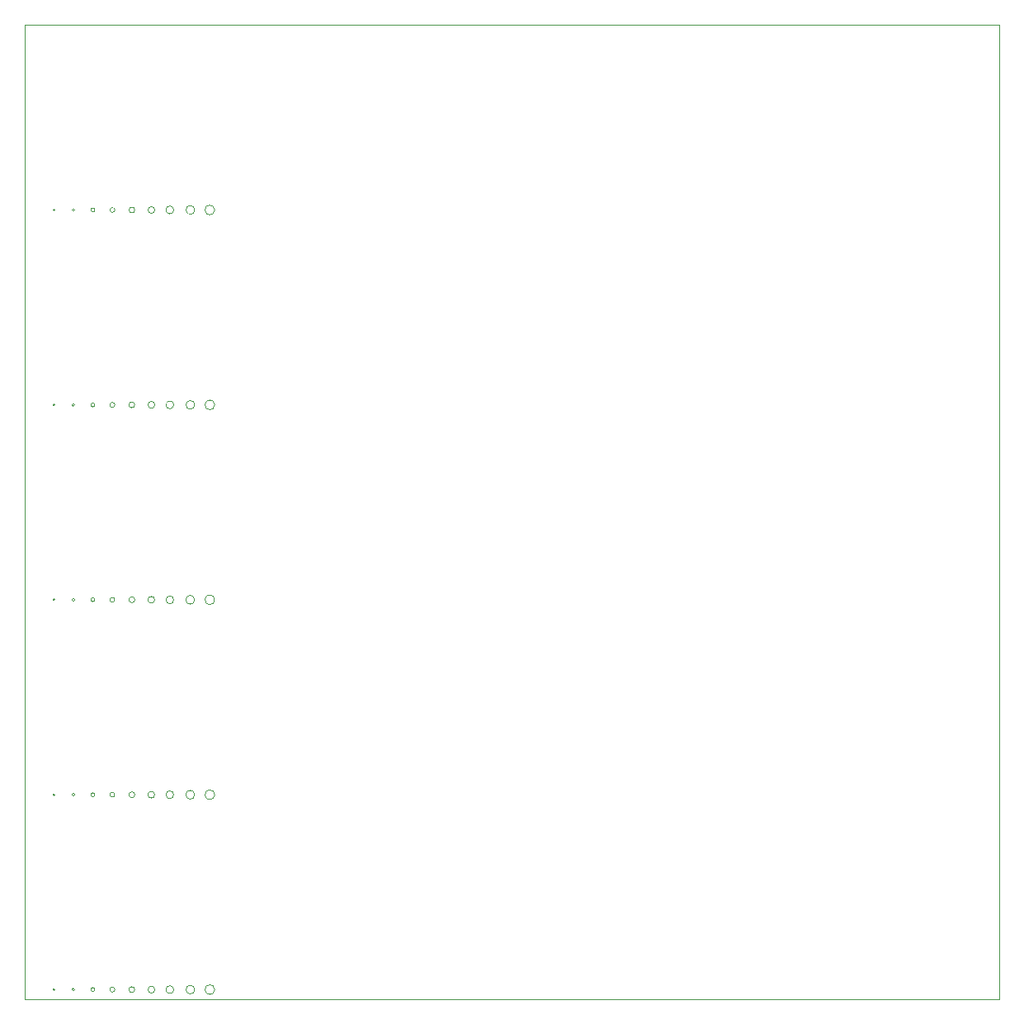
<source format=gbr>
%TF.GenerationSoftware,KiCad,Pcbnew,(5.1.6-0-10_14)*%
%TF.CreationDate,2020-07-24T19:18:52+09:00*%
%TF.ProjectId,pcb_ruler,7063625f-7275-46c6-9572-2e6b69636164,rev?*%
%TF.SameCoordinates,Original*%
%TF.FileFunction,Profile,NP*%
%FSLAX46Y46*%
G04 Gerber Fmt 4.6, Leading zero omitted, Abs format (unit mm)*
G04 Created by KiCad (PCBNEW (5.1.6-0-10_14)) date 2020-07-24 19:18:52*
%MOMM*%
%LPD*%
G01*
G04 APERTURE LIST*
%TA.AperFunction,Profile*%
%ADD10C,0.050000*%
%TD*%
G04 APERTURE END LIST*
D10*
X200000000Y-200000000D02*
X100000000Y-200000000D01*
X200000000Y-180000000D02*
X200000000Y-200000000D01*
X100000000Y-200000000D02*
X100000000Y-180000000D01*
X103100000Y-199000000D02*
G75*
G03*
X103100000Y-199000000I-100000J0D01*
G01*
X105150000Y-199000000D02*
G75*
G03*
X105150000Y-199000000I-150000J0D01*
G01*
X107200000Y-199000000D02*
G75*
G03*
X107200000Y-199000000I-200000J0D01*
G01*
X109250000Y-199000000D02*
G75*
G03*
X109250000Y-199000000I-250000J0D01*
G01*
X111300000Y-199000000D02*
G75*
G03*
X111300000Y-199000000I-300000J0D01*
G01*
X113350000Y-199000000D02*
G75*
G03*
X113350000Y-199000000I-350000J0D01*
G01*
X115300000Y-199000000D02*
G75*
G03*
X115300000Y-199000000I-400000J0D01*
G01*
X117450000Y-199000000D02*
G75*
G03*
X117450000Y-199000000I-450000J0D01*
G01*
X119500000Y-199000000D02*
G75*
G03*
X119500000Y-199000000I-500000J0D01*
G01*
X200000000Y-160000000D02*
X200000000Y-180000000D01*
X100000000Y-180000000D02*
X100000000Y-160000000D01*
X103100000Y-179000000D02*
G75*
G03*
X103100000Y-179000000I-100000J0D01*
G01*
X105150000Y-179000000D02*
G75*
G03*
X105150000Y-179000000I-150000J0D01*
G01*
X107200000Y-179000000D02*
G75*
G03*
X107200000Y-179000000I-200000J0D01*
G01*
X109250000Y-179000000D02*
G75*
G03*
X109250000Y-179000000I-250000J0D01*
G01*
X111300000Y-179000000D02*
G75*
G03*
X111300000Y-179000000I-300000J0D01*
G01*
X113350000Y-179000000D02*
G75*
G03*
X113350000Y-179000000I-350000J0D01*
G01*
X115300000Y-179000000D02*
G75*
G03*
X115300000Y-179000000I-400000J0D01*
G01*
X117450000Y-179000000D02*
G75*
G03*
X117450000Y-179000000I-450000J0D01*
G01*
X119500000Y-179000000D02*
G75*
G03*
X119500000Y-179000000I-500000J0D01*
G01*
X200000000Y-140000000D02*
X200000000Y-160000000D01*
X100000000Y-160000000D02*
X100000000Y-140000000D01*
X103100000Y-159000000D02*
G75*
G03*
X103100000Y-159000000I-100000J0D01*
G01*
X105150000Y-159000000D02*
G75*
G03*
X105150000Y-159000000I-150000J0D01*
G01*
X107200000Y-159000000D02*
G75*
G03*
X107200000Y-159000000I-200000J0D01*
G01*
X109250000Y-159000000D02*
G75*
G03*
X109250000Y-159000000I-250000J0D01*
G01*
X111300000Y-159000000D02*
G75*
G03*
X111300000Y-159000000I-300000J0D01*
G01*
X113350000Y-159000000D02*
G75*
G03*
X113350000Y-159000000I-350000J0D01*
G01*
X115300000Y-159000000D02*
G75*
G03*
X115300000Y-159000000I-400000J0D01*
G01*
X117450000Y-159000000D02*
G75*
G03*
X117450000Y-159000000I-450000J0D01*
G01*
X119500000Y-159000000D02*
G75*
G03*
X119500000Y-159000000I-500000J0D01*
G01*
X200000000Y-120000000D02*
X200000000Y-140000000D01*
X100000000Y-140000000D02*
X100000000Y-120000000D01*
X103100000Y-139000000D02*
G75*
G03*
X103100000Y-139000000I-100000J0D01*
G01*
X105150000Y-139000000D02*
G75*
G03*
X105150000Y-139000000I-150000J0D01*
G01*
X107200000Y-139000000D02*
G75*
G03*
X107200000Y-139000000I-200000J0D01*
G01*
X109250000Y-139000000D02*
G75*
G03*
X109250000Y-139000000I-250000J0D01*
G01*
X111300000Y-139000000D02*
G75*
G03*
X111300000Y-139000000I-300000J0D01*
G01*
X113350000Y-139000000D02*
G75*
G03*
X113350000Y-139000000I-350000J0D01*
G01*
X115300000Y-139000000D02*
G75*
G03*
X115300000Y-139000000I-400000J0D01*
G01*
X117450000Y-139000000D02*
G75*
G03*
X117450000Y-139000000I-450000J0D01*
G01*
X119500000Y-139000000D02*
G75*
G03*
X119500000Y-139000000I-500000J0D01*
G01*
X103100000Y-119000000D02*
G75*
G03*
X103100000Y-119000000I-100000J0D01*
G01*
X105150000Y-119000000D02*
G75*
G03*
X105150000Y-119000000I-150000J0D01*
G01*
X107200000Y-119000000D02*
G75*
G03*
X107200000Y-119000000I-200000J0D01*
G01*
X109250000Y-119000000D02*
G75*
G03*
X109250000Y-119000000I-250000J0D01*
G01*
X119500000Y-119000000D02*
G75*
G03*
X119500000Y-119000000I-500000J0D01*
G01*
X117450000Y-119000000D02*
G75*
G03*
X117450000Y-119000000I-450000J0D01*
G01*
X115300000Y-119000000D02*
G75*
G03*
X115300000Y-119000000I-400000J0D01*
G01*
X113350000Y-119000000D02*
G75*
G03*
X113350000Y-119000000I-350000J0D01*
G01*
X111300000Y-119000000D02*
G75*
G03*
X111300000Y-119000000I-300000J0D01*
G01*
X100000000Y-120000000D02*
X100000000Y-100000000D01*
X200000000Y-100000000D02*
X200000000Y-120000000D01*
X100000000Y-100000000D02*
X200000000Y-100000000D01*
M02*

</source>
